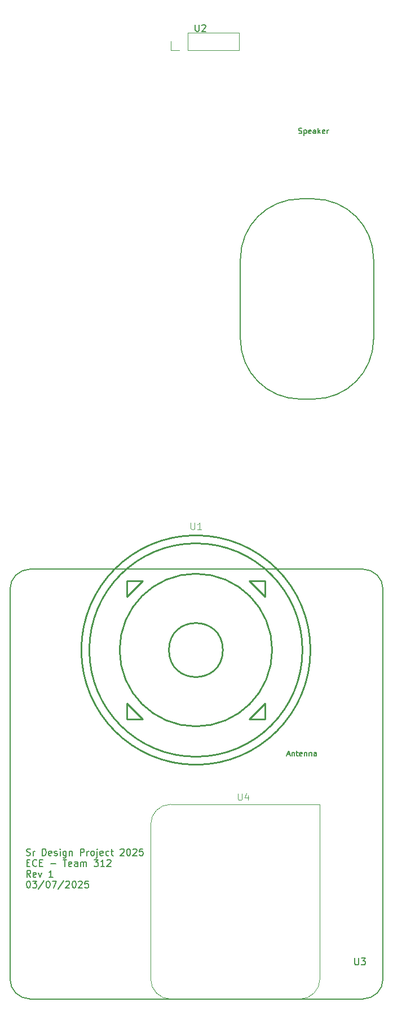
<source format=gbr>
%TF.GenerationSoftware,KiCad,Pcbnew,9.0.0*%
%TF.CreationDate,2025-03-07T03:21:26-05:00*%
%TF.ProjectId,Radio,52616469-6f2e-46b6-9963-61645f706362,1*%
%TF.SameCoordinates,Original*%
%TF.FileFunction,Legend,Top*%
%TF.FilePolarity,Positive*%
%FSLAX46Y46*%
G04 Gerber Fmt 4.6, Leading zero omitted, Abs format (unit mm)*
G04 Created by KiCad (PCBNEW 9.0.0) date 2025-03-07 03:21:26*
%MOMM*%
%LPD*%
G01*
G04 APERTURE LIST*
%ADD10C,0.200000*%
%ADD11C,0.150000*%
%ADD12C,0.100000*%
%ADD13C,0.250000*%
%ADD14C,0.120000*%
G04 APERTURE END LIST*
D10*
X136283700Y-54567600D02*
G75*
G02*
X145283700Y-45567600I9000000J0D01*
G01*
X145283700Y-75590400D02*
G75*
G02*
X136283700Y-66590400I0J9000000D01*
G01*
X147273500Y-45567600D02*
G75*
G02*
X156273500Y-54567600I0J-9000000D01*
G01*
X156273500Y-66590400D02*
G75*
G02*
X147273500Y-75590400I-9000000J0D01*
G01*
X145283700Y-45567600D02*
X147273500Y-45567600D01*
X136283700Y-66590400D02*
X136283700Y-54567600D01*
X147273500Y-75590400D02*
X145283700Y-75590400D01*
X156273500Y-54567600D02*
X156273500Y-66590400D01*
X104157254Y-144011568D02*
X104300111Y-144059187D01*
X104300111Y-144059187D02*
X104538206Y-144059187D01*
X104538206Y-144059187D02*
X104633444Y-144011568D01*
X104633444Y-144011568D02*
X104681063Y-143963948D01*
X104681063Y-143963948D02*
X104728682Y-143868710D01*
X104728682Y-143868710D02*
X104728682Y-143773472D01*
X104728682Y-143773472D02*
X104681063Y-143678234D01*
X104681063Y-143678234D02*
X104633444Y-143630615D01*
X104633444Y-143630615D02*
X104538206Y-143582996D01*
X104538206Y-143582996D02*
X104347730Y-143535377D01*
X104347730Y-143535377D02*
X104252492Y-143487758D01*
X104252492Y-143487758D02*
X104204873Y-143440139D01*
X104204873Y-143440139D02*
X104157254Y-143344901D01*
X104157254Y-143344901D02*
X104157254Y-143249663D01*
X104157254Y-143249663D02*
X104204873Y-143154425D01*
X104204873Y-143154425D02*
X104252492Y-143106806D01*
X104252492Y-143106806D02*
X104347730Y-143059187D01*
X104347730Y-143059187D02*
X104585825Y-143059187D01*
X104585825Y-143059187D02*
X104728682Y-143106806D01*
X105157254Y-144059187D02*
X105157254Y-143392520D01*
X105157254Y-143582996D02*
X105204873Y-143487758D01*
X105204873Y-143487758D02*
X105252492Y-143440139D01*
X105252492Y-143440139D02*
X105347730Y-143392520D01*
X105347730Y-143392520D02*
X105442968Y-143392520D01*
X106538207Y-144059187D02*
X106538207Y-143059187D01*
X106538207Y-143059187D02*
X106776302Y-143059187D01*
X106776302Y-143059187D02*
X106919159Y-143106806D01*
X106919159Y-143106806D02*
X107014397Y-143202044D01*
X107014397Y-143202044D02*
X107062016Y-143297282D01*
X107062016Y-143297282D02*
X107109635Y-143487758D01*
X107109635Y-143487758D02*
X107109635Y-143630615D01*
X107109635Y-143630615D02*
X107062016Y-143821091D01*
X107062016Y-143821091D02*
X107014397Y-143916329D01*
X107014397Y-143916329D02*
X106919159Y-144011568D01*
X106919159Y-144011568D02*
X106776302Y-144059187D01*
X106776302Y-144059187D02*
X106538207Y-144059187D01*
X107919159Y-144011568D02*
X107823921Y-144059187D01*
X107823921Y-144059187D02*
X107633445Y-144059187D01*
X107633445Y-144059187D02*
X107538207Y-144011568D01*
X107538207Y-144011568D02*
X107490588Y-143916329D01*
X107490588Y-143916329D02*
X107490588Y-143535377D01*
X107490588Y-143535377D02*
X107538207Y-143440139D01*
X107538207Y-143440139D02*
X107633445Y-143392520D01*
X107633445Y-143392520D02*
X107823921Y-143392520D01*
X107823921Y-143392520D02*
X107919159Y-143440139D01*
X107919159Y-143440139D02*
X107966778Y-143535377D01*
X107966778Y-143535377D02*
X107966778Y-143630615D01*
X107966778Y-143630615D02*
X107490588Y-143725853D01*
X108347731Y-144011568D02*
X108442969Y-144059187D01*
X108442969Y-144059187D02*
X108633445Y-144059187D01*
X108633445Y-144059187D02*
X108728683Y-144011568D01*
X108728683Y-144011568D02*
X108776302Y-143916329D01*
X108776302Y-143916329D02*
X108776302Y-143868710D01*
X108776302Y-143868710D02*
X108728683Y-143773472D01*
X108728683Y-143773472D02*
X108633445Y-143725853D01*
X108633445Y-143725853D02*
X108490588Y-143725853D01*
X108490588Y-143725853D02*
X108395350Y-143678234D01*
X108395350Y-143678234D02*
X108347731Y-143582996D01*
X108347731Y-143582996D02*
X108347731Y-143535377D01*
X108347731Y-143535377D02*
X108395350Y-143440139D01*
X108395350Y-143440139D02*
X108490588Y-143392520D01*
X108490588Y-143392520D02*
X108633445Y-143392520D01*
X108633445Y-143392520D02*
X108728683Y-143440139D01*
X109204874Y-144059187D02*
X109204874Y-143392520D01*
X109204874Y-143059187D02*
X109157255Y-143106806D01*
X109157255Y-143106806D02*
X109204874Y-143154425D01*
X109204874Y-143154425D02*
X109252493Y-143106806D01*
X109252493Y-143106806D02*
X109204874Y-143059187D01*
X109204874Y-143059187D02*
X109204874Y-143154425D01*
X110109635Y-143392520D02*
X110109635Y-144202044D01*
X110109635Y-144202044D02*
X110062016Y-144297282D01*
X110062016Y-144297282D02*
X110014397Y-144344901D01*
X110014397Y-144344901D02*
X109919159Y-144392520D01*
X109919159Y-144392520D02*
X109776302Y-144392520D01*
X109776302Y-144392520D02*
X109681064Y-144344901D01*
X110109635Y-144011568D02*
X110014397Y-144059187D01*
X110014397Y-144059187D02*
X109823921Y-144059187D01*
X109823921Y-144059187D02*
X109728683Y-144011568D01*
X109728683Y-144011568D02*
X109681064Y-143963948D01*
X109681064Y-143963948D02*
X109633445Y-143868710D01*
X109633445Y-143868710D02*
X109633445Y-143582996D01*
X109633445Y-143582996D02*
X109681064Y-143487758D01*
X109681064Y-143487758D02*
X109728683Y-143440139D01*
X109728683Y-143440139D02*
X109823921Y-143392520D01*
X109823921Y-143392520D02*
X110014397Y-143392520D01*
X110014397Y-143392520D02*
X110109635Y-143440139D01*
X110585826Y-143392520D02*
X110585826Y-144059187D01*
X110585826Y-143487758D02*
X110633445Y-143440139D01*
X110633445Y-143440139D02*
X110728683Y-143392520D01*
X110728683Y-143392520D02*
X110871540Y-143392520D01*
X110871540Y-143392520D02*
X110966778Y-143440139D01*
X110966778Y-143440139D02*
X111014397Y-143535377D01*
X111014397Y-143535377D02*
X111014397Y-144059187D01*
X112252493Y-144059187D02*
X112252493Y-143059187D01*
X112252493Y-143059187D02*
X112633445Y-143059187D01*
X112633445Y-143059187D02*
X112728683Y-143106806D01*
X112728683Y-143106806D02*
X112776302Y-143154425D01*
X112776302Y-143154425D02*
X112823921Y-143249663D01*
X112823921Y-143249663D02*
X112823921Y-143392520D01*
X112823921Y-143392520D02*
X112776302Y-143487758D01*
X112776302Y-143487758D02*
X112728683Y-143535377D01*
X112728683Y-143535377D02*
X112633445Y-143582996D01*
X112633445Y-143582996D02*
X112252493Y-143582996D01*
X113252493Y-144059187D02*
X113252493Y-143392520D01*
X113252493Y-143582996D02*
X113300112Y-143487758D01*
X113300112Y-143487758D02*
X113347731Y-143440139D01*
X113347731Y-143440139D02*
X113442969Y-143392520D01*
X113442969Y-143392520D02*
X113538207Y-143392520D01*
X114014398Y-144059187D02*
X113919160Y-144011568D01*
X113919160Y-144011568D02*
X113871541Y-143963948D01*
X113871541Y-143963948D02*
X113823922Y-143868710D01*
X113823922Y-143868710D02*
X113823922Y-143582996D01*
X113823922Y-143582996D02*
X113871541Y-143487758D01*
X113871541Y-143487758D02*
X113919160Y-143440139D01*
X113919160Y-143440139D02*
X114014398Y-143392520D01*
X114014398Y-143392520D02*
X114157255Y-143392520D01*
X114157255Y-143392520D02*
X114252493Y-143440139D01*
X114252493Y-143440139D02*
X114300112Y-143487758D01*
X114300112Y-143487758D02*
X114347731Y-143582996D01*
X114347731Y-143582996D02*
X114347731Y-143868710D01*
X114347731Y-143868710D02*
X114300112Y-143963948D01*
X114300112Y-143963948D02*
X114252493Y-144011568D01*
X114252493Y-144011568D02*
X114157255Y-144059187D01*
X114157255Y-144059187D02*
X114014398Y-144059187D01*
X114776303Y-143392520D02*
X114776303Y-144249663D01*
X114776303Y-144249663D02*
X114728684Y-144344901D01*
X114728684Y-144344901D02*
X114633446Y-144392520D01*
X114633446Y-144392520D02*
X114585827Y-144392520D01*
X114776303Y-143059187D02*
X114728684Y-143106806D01*
X114728684Y-143106806D02*
X114776303Y-143154425D01*
X114776303Y-143154425D02*
X114823922Y-143106806D01*
X114823922Y-143106806D02*
X114776303Y-143059187D01*
X114776303Y-143059187D02*
X114776303Y-143154425D01*
X115633445Y-144011568D02*
X115538207Y-144059187D01*
X115538207Y-144059187D02*
X115347731Y-144059187D01*
X115347731Y-144059187D02*
X115252493Y-144011568D01*
X115252493Y-144011568D02*
X115204874Y-143916329D01*
X115204874Y-143916329D02*
X115204874Y-143535377D01*
X115204874Y-143535377D02*
X115252493Y-143440139D01*
X115252493Y-143440139D02*
X115347731Y-143392520D01*
X115347731Y-143392520D02*
X115538207Y-143392520D01*
X115538207Y-143392520D02*
X115633445Y-143440139D01*
X115633445Y-143440139D02*
X115681064Y-143535377D01*
X115681064Y-143535377D02*
X115681064Y-143630615D01*
X115681064Y-143630615D02*
X115204874Y-143725853D01*
X116538207Y-144011568D02*
X116442969Y-144059187D01*
X116442969Y-144059187D02*
X116252493Y-144059187D01*
X116252493Y-144059187D02*
X116157255Y-144011568D01*
X116157255Y-144011568D02*
X116109636Y-143963948D01*
X116109636Y-143963948D02*
X116062017Y-143868710D01*
X116062017Y-143868710D02*
X116062017Y-143582996D01*
X116062017Y-143582996D02*
X116109636Y-143487758D01*
X116109636Y-143487758D02*
X116157255Y-143440139D01*
X116157255Y-143440139D02*
X116252493Y-143392520D01*
X116252493Y-143392520D02*
X116442969Y-143392520D01*
X116442969Y-143392520D02*
X116538207Y-143440139D01*
X116823922Y-143392520D02*
X117204874Y-143392520D01*
X116966779Y-143059187D02*
X116966779Y-143916329D01*
X116966779Y-143916329D02*
X117014398Y-144011568D01*
X117014398Y-144011568D02*
X117109636Y-144059187D01*
X117109636Y-144059187D02*
X117204874Y-144059187D01*
X118252494Y-143154425D02*
X118300113Y-143106806D01*
X118300113Y-143106806D02*
X118395351Y-143059187D01*
X118395351Y-143059187D02*
X118633446Y-143059187D01*
X118633446Y-143059187D02*
X118728684Y-143106806D01*
X118728684Y-143106806D02*
X118776303Y-143154425D01*
X118776303Y-143154425D02*
X118823922Y-143249663D01*
X118823922Y-143249663D02*
X118823922Y-143344901D01*
X118823922Y-143344901D02*
X118776303Y-143487758D01*
X118776303Y-143487758D02*
X118204875Y-144059187D01*
X118204875Y-144059187D02*
X118823922Y-144059187D01*
X119442970Y-143059187D02*
X119538208Y-143059187D01*
X119538208Y-143059187D02*
X119633446Y-143106806D01*
X119633446Y-143106806D02*
X119681065Y-143154425D01*
X119681065Y-143154425D02*
X119728684Y-143249663D01*
X119728684Y-143249663D02*
X119776303Y-143440139D01*
X119776303Y-143440139D02*
X119776303Y-143678234D01*
X119776303Y-143678234D02*
X119728684Y-143868710D01*
X119728684Y-143868710D02*
X119681065Y-143963948D01*
X119681065Y-143963948D02*
X119633446Y-144011568D01*
X119633446Y-144011568D02*
X119538208Y-144059187D01*
X119538208Y-144059187D02*
X119442970Y-144059187D01*
X119442970Y-144059187D02*
X119347732Y-144011568D01*
X119347732Y-144011568D02*
X119300113Y-143963948D01*
X119300113Y-143963948D02*
X119252494Y-143868710D01*
X119252494Y-143868710D02*
X119204875Y-143678234D01*
X119204875Y-143678234D02*
X119204875Y-143440139D01*
X119204875Y-143440139D02*
X119252494Y-143249663D01*
X119252494Y-143249663D02*
X119300113Y-143154425D01*
X119300113Y-143154425D02*
X119347732Y-143106806D01*
X119347732Y-143106806D02*
X119442970Y-143059187D01*
X120157256Y-143154425D02*
X120204875Y-143106806D01*
X120204875Y-143106806D02*
X120300113Y-143059187D01*
X120300113Y-143059187D02*
X120538208Y-143059187D01*
X120538208Y-143059187D02*
X120633446Y-143106806D01*
X120633446Y-143106806D02*
X120681065Y-143154425D01*
X120681065Y-143154425D02*
X120728684Y-143249663D01*
X120728684Y-143249663D02*
X120728684Y-143344901D01*
X120728684Y-143344901D02*
X120681065Y-143487758D01*
X120681065Y-143487758D02*
X120109637Y-144059187D01*
X120109637Y-144059187D02*
X120728684Y-144059187D01*
X121633446Y-143059187D02*
X121157256Y-143059187D01*
X121157256Y-143059187D02*
X121109637Y-143535377D01*
X121109637Y-143535377D02*
X121157256Y-143487758D01*
X121157256Y-143487758D02*
X121252494Y-143440139D01*
X121252494Y-143440139D02*
X121490589Y-143440139D01*
X121490589Y-143440139D02*
X121585827Y-143487758D01*
X121585827Y-143487758D02*
X121633446Y-143535377D01*
X121633446Y-143535377D02*
X121681065Y-143630615D01*
X121681065Y-143630615D02*
X121681065Y-143868710D01*
X121681065Y-143868710D02*
X121633446Y-143963948D01*
X121633446Y-143963948D02*
X121585827Y-144011568D01*
X121585827Y-144011568D02*
X121490589Y-144059187D01*
X121490589Y-144059187D02*
X121252494Y-144059187D01*
X121252494Y-144059187D02*
X121157256Y-144011568D01*
X121157256Y-144011568D02*
X121109637Y-143963948D01*
X104204873Y-145145321D02*
X104538206Y-145145321D01*
X104681063Y-145669131D02*
X104204873Y-145669131D01*
X104204873Y-145669131D02*
X104204873Y-144669131D01*
X104204873Y-144669131D02*
X104681063Y-144669131D01*
X105681063Y-145573892D02*
X105633444Y-145621512D01*
X105633444Y-145621512D02*
X105490587Y-145669131D01*
X105490587Y-145669131D02*
X105395349Y-145669131D01*
X105395349Y-145669131D02*
X105252492Y-145621512D01*
X105252492Y-145621512D02*
X105157254Y-145526273D01*
X105157254Y-145526273D02*
X105109635Y-145431035D01*
X105109635Y-145431035D02*
X105062016Y-145240559D01*
X105062016Y-145240559D02*
X105062016Y-145097702D01*
X105062016Y-145097702D02*
X105109635Y-144907226D01*
X105109635Y-144907226D02*
X105157254Y-144811988D01*
X105157254Y-144811988D02*
X105252492Y-144716750D01*
X105252492Y-144716750D02*
X105395349Y-144669131D01*
X105395349Y-144669131D02*
X105490587Y-144669131D01*
X105490587Y-144669131D02*
X105633444Y-144716750D01*
X105633444Y-144716750D02*
X105681063Y-144764369D01*
X106109635Y-145145321D02*
X106442968Y-145145321D01*
X106585825Y-145669131D02*
X106109635Y-145669131D01*
X106109635Y-145669131D02*
X106109635Y-144669131D01*
X106109635Y-144669131D02*
X106585825Y-144669131D01*
X107776302Y-145288178D02*
X108538207Y-145288178D01*
X109633445Y-144669131D02*
X110204873Y-144669131D01*
X109919159Y-145669131D02*
X109919159Y-144669131D01*
X110919159Y-145621512D02*
X110823921Y-145669131D01*
X110823921Y-145669131D02*
X110633445Y-145669131D01*
X110633445Y-145669131D02*
X110538207Y-145621512D01*
X110538207Y-145621512D02*
X110490588Y-145526273D01*
X110490588Y-145526273D02*
X110490588Y-145145321D01*
X110490588Y-145145321D02*
X110538207Y-145050083D01*
X110538207Y-145050083D02*
X110633445Y-145002464D01*
X110633445Y-145002464D02*
X110823921Y-145002464D01*
X110823921Y-145002464D02*
X110919159Y-145050083D01*
X110919159Y-145050083D02*
X110966778Y-145145321D01*
X110966778Y-145145321D02*
X110966778Y-145240559D01*
X110966778Y-145240559D02*
X110490588Y-145335797D01*
X111823921Y-145669131D02*
X111823921Y-145145321D01*
X111823921Y-145145321D02*
X111776302Y-145050083D01*
X111776302Y-145050083D02*
X111681064Y-145002464D01*
X111681064Y-145002464D02*
X111490588Y-145002464D01*
X111490588Y-145002464D02*
X111395350Y-145050083D01*
X111823921Y-145621512D02*
X111728683Y-145669131D01*
X111728683Y-145669131D02*
X111490588Y-145669131D01*
X111490588Y-145669131D02*
X111395350Y-145621512D01*
X111395350Y-145621512D02*
X111347731Y-145526273D01*
X111347731Y-145526273D02*
X111347731Y-145431035D01*
X111347731Y-145431035D02*
X111395350Y-145335797D01*
X111395350Y-145335797D02*
X111490588Y-145288178D01*
X111490588Y-145288178D02*
X111728683Y-145288178D01*
X111728683Y-145288178D02*
X111823921Y-145240559D01*
X112300112Y-145669131D02*
X112300112Y-145002464D01*
X112300112Y-145097702D02*
X112347731Y-145050083D01*
X112347731Y-145050083D02*
X112442969Y-145002464D01*
X112442969Y-145002464D02*
X112585826Y-145002464D01*
X112585826Y-145002464D02*
X112681064Y-145050083D01*
X112681064Y-145050083D02*
X112728683Y-145145321D01*
X112728683Y-145145321D02*
X112728683Y-145669131D01*
X112728683Y-145145321D02*
X112776302Y-145050083D01*
X112776302Y-145050083D02*
X112871540Y-145002464D01*
X112871540Y-145002464D02*
X113014397Y-145002464D01*
X113014397Y-145002464D02*
X113109636Y-145050083D01*
X113109636Y-145050083D02*
X113157255Y-145145321D01*
X113157255Y-145145321D02*
X113157255Y-145669131D01*
X114300112Y-144669131D02*
X114919159Y-144669131D01*
X114919159Y-144669131D02*
X114585826Y-145050083D01*
X114585826Y-145050083D02*
X114728683Y-145050083D01*
X114728683Y-145050083D02*
X114823921Y-145097702D01*
X114823921Y-145097702D02*
X114871540Y-145145321D01*
X114871540Y-145145321D02*
X114919159Y-145240559D01*
X114919159Y-145240559D02*
X114919159Y-145478654D01*
X114919159Y-145478654D02*
X114871540Y-145573892D01*
X114871540Y-145573892D02*
X114823921Y-145621512D01*
X114823921Y-145621512D02*
X114728683Y-145669131D01*
X114728683Y-145669131D02*
X114442969Y-145669131D01*
X114442969Y-145669131D02*
X114347731Y-145621512D01*
X114347731Y-145621512D02*
X114300112Y-145573892D01*
X115871540Y-145669131D02*
X115300112Y-145669131D01*
X115585826Y-145669131D02*
X115585826Y-144669131D01*
X115585826Y-144669131D02*
X115490588Y-144811988D01*
X115490588Y-144811988D02*
X115395350Y-144907226D01*
X115395350Y-144907226D02*
X115300112Y-144954845D01*
X116252493Y-144764369D02*
X116300112Y-144716750D01*
X116300112Y-144716750D02*
X116395350Y-144669131D01*
X116395350Y-144669131D02*
X116633445Y-144669131D01*
X116633445Y-144669131D02*
X116728683Y-144716750D01*
X116728683Y-144716750D02*
X116776302Y-144764369D01*
X116776302Y-144764369D02*
X116823921Y-144859607D01*
X116823921Y-144859607D02*
X116823921Y-144954845D01*
X116823921Y-144954845D02*
X116776302Y-145097702D01*
X116776302Y-145097702D02*
X116204874Y-145669131D01*
X116204874Y-145669131D02*
X116823921Y-145669131D01*
X104776301Y-147279075D02*
X104442968Y-146802884D01*
X104204873Y-147279075D02*
X104204873Y-146279075D01*
X104204873Y-146279075D02*
X104585825Y-146279075D01*
X104585825Y-146279075D02*
X104681063Y-146326694D01*
X104681063Y-146326694D02*
X104728682Y-146374313D01*
X104728682Y-146374313D02*
X104776301Y-146469551D01*
X104776301Y-146469551D02*
X104776301Y-146612408D01*
X104776301Y-146612408D02*
X104728682Y-146707646D01*
X104728682Y-146707646D02*
X104681063Y-146755265D01*
X104681063Y-146755265D02*
X104585825Y-146802884D01*
X104585825Y-146802884D02*
X104204873Y-146802884D01*
X105585825Y-147231456D02*
X105490587Y-147279075D01*
X105490587Y-147279075D02*
X105300111Y-147279075D01*
X105300111Y-147279075D02*
X105204873Y-147231456D01*
X105204873Y-147231456D02*
X105157254Y-147136217D01*
X105157254Y-147136217D02*
X105157254Y-146755265D01*
X105157254Y-146755265D02*
X105204873Y-146660027D01*
X105204873Y-146660027D02*
X105300111Y-146612408D01*
X105300111Y-146612408D02*
X105490587Y-146612408D01*
X105490587Y-146612408D02*
X105585825Y-146660027D01*
X105585825Y-146660027D02*
X105633444Y-146755265D01*
X105633444Y-146755265D02*
X105633444Y-146850503D01*
X105633444Y-146850503D02*
X105157254Y-146945741D01*
X105966778Y-146612408D02*
X106204873Y-147279075D01*
X106204873Y-147279075D02*
X106442968Y-146612408D01*
X108109635Y-147279075D02*
X107538207Y-147279075D01*
X107823921Y-147279075D02*
X107823921Y-146279075D01*
X107823921Y-146279075D02*
X107728683Y-146421932D01*
X107728683Y-146421932D02*
X107633445Y-146517170D01*
X107633445Y-146517170D02*
X107538207Y-146564789D01*
X104395349Y-147889019D02*
X104490587Y-147889019D01*
X104490587Y-147889019D02*
X104585825Y-147936638D01*
X104585825Y-147936638D02*
X104633444Y-147984257D01*
X104633444Y-147984257D02*
X104681063Y-148079495D01*
X104681063Y-148079495D02*
X104728682Y-148269971D01*
X104728682Y-148269971D02*
X104728682Y-148508066D01*
X104728682Y-148508066D02*
X104681063Y-148698542D01*
X104681063Y-148698542D02*
X104633444Y-148793780D01*
X104633444Y-148793780D02*
X104585825Y-148841400D01*
X104585825Y-148841400D02*
X104490587Y-148889019D01*
X104490587Y-148889019D02*
X104395349Y-148889019D01*
X104395349Y-148889019D02*
X104300111Y-148841400D01*
X104300111Y-148841400D02*
X104252492Y-148793780D01*
X104252492Y-148793780D02*
X104204873Y-148698542D01*
X104204873Y-148698542D02*
X104157254Y-148508066D01*
X104157254Y-148508066D02*
X104157254Y-148269971D01*
X104157254Y-148269971D02*
X104204873Y-148079495D01*
X104204873Y-148079495D02*
X104252492Y-147984257D01*
X104252492Y-147984257D02*
X104300111Y-147936638D01*
X104300111Y-147936638D02*
X104395349Y-147889019D01*
X105062016Y-147889019D02*
X105681063Y-147889019D01*
X105681063Y-147889019D02*
X105347730Y-148269971D01*
X105347730Y-148269971D02*
X105490587Y-148269971D01*
X105490587Y-148269971D02*
X105585825Y-148317590D01*
X105585825Y-148317590D02*
X105633444Y-148365209D01*
X105633444Y-148365209D02*
X105681063Y-148460447D01*
X105681063Y-148460447D02*
X105681063Y-148698542D01*
X105681063Y-148698542D02*
X105633444Y-148793780D01*
X105633444Y-148793780D02*
X105585825Y-148841400D01*
X105585825Y-148841400D02*
X105490587Y-148889019D01*
X105490587Y-148889019D02*
X105204873Y-148889019D01*
X105204873Y-148889019D02*
X105109635Y-148841400D01*
X105109635Y-148841400D02*
X105062016Y-148793780D01*
X106823920Y-147841400D02*
X105966778Y-149127114D01*
X107347730Y-147889019D02*
X107442968Y-147889019D01*
X107442968Y-147889019D02*
X107538206Y-147936638D01*
X107538206Y-147936638D02*
X107585825Y-147984257D01*
X107585825Y-147984257D02*
X107633444Y-148079495D01*
X107633444Y-148079495D02*
X107681063Y-148269971D01*
X107681063Y-148269971D02*
X107681063Y-148508066D01*
X107681063Y-148508066D02*
X107633444Y-148698542D01*
X107633444Y-148698542D02*
X107585825Y-148793780D01*
X107585825Y-148793780D02*
X107538206Y-148841400D01*
X107538206Y-148841400D02*
X107442968Y-148889019D01*
X107442968Y-148889019D02*
X107347730Y-148889019D01*
X107347730Y-148889019D02*
X107252492Y-148841400D01*
X107252492Y-148841400D02*
X107204873Y-148793780D01*
X107204873Y-148793780D02*
X107157254Y-148698542D01*
X107157254Y-148698542D02*
X107109635Y-148508066D01*
X107109635Y-148508066D02*
X107109635Y-148269971D01*
X107109635Y-148269971D02*
X107157254Y-148079495D01*
X107157254Y-148079495D02*
X107204873Y-147984257D01*
X107204873Y-147984257D02*
X107252492Y-147936638D01*
X107252492Y-147936638D02*
X107347730Y-147889019D01*
X108014397Y-147889019D02*
X108681063Y-147889019D01*
X108681063Y-147889019D02*
X108252492Y-148889019D01*
X109776301Y-147841400D02*
X108919159Y-149127114D01*
X110062016Y-147984257D02*
X110109635Y-147936638D01*
X110109635Y-147936638D02*
X110204873Y-147889019D01*
X110204873Y-147889019D02*
X110442968Y-147889019D01*
X110442968Y-147889019D02*
X110538206Y-147936638D01*
X110538206Y-147936638D02*
X110585825Y-147984257D01*
X110585825Y-147984257D02*
X110633444Y-148079495D01*
X110633444Y-148079495D02*
X110633444Y-148174733D01*
X110633444Y-148174733D02*
X110585825Y-148317590D01*
X110585825Y-148317590D02*
X110014397Y-148889019D01*
X110014397Y-148889019D02*
X110633444Y-148889019D01*
X111252492Y-147889019D02*
X111347730Y-147889019D01*
X111347730Y-147889019D02*
X111442968Y-147936638D01*
X111442968Y-147936638D02*
X111490587Y-147984257D01*
X111490587Y-147984257D02*
X111538206Y-148079495D01*
X111538206Y-148079495D02*
X111585825Y-148269971D01*
X111585825Y-148269971D02*
X111585825Y-148508066D01*
X111585825Y-148508066D02*
X111538206Y-148698542D01*
X111538206Y-148698542D02*
X111490587Y-148793780D01*
X111490587Y-148793780D02*
X111442968Y-148841400D01*
X111442968Y-148841400D02*
X111347730Y-148889019D01*
X111347730Y-148889019D02*
X111252492Y-148889019D01*
X111252492Y-148889019D02*
X111157254Y-148841400D01*
X111157254Y-148841400D02*
X111109635Y-148793780D01*
X111109635Y-148793780D02*
X111062016Y-148698542D01*
X111062016Y-148698542D02*
X111014397Y-148508066D01*
X111014397Y-148508066D02*
X111014397Y-148269971D01*
X111014397Y-148269971D02*
X111062016Y-148079495D01*
X111062016Y-148079495D02*
X111109635Y-147984257D01*
X111109635Y-147984257D02*
X111157254Y-147936638D01*
X111157254Y-147936638D02*
X111252492Y-147889019D01*
X111966778Y-147984257D02*
X112014397Y-147936638D01*
X112014397Y-147936638D02*
X112109635Y-147889019D01*
X112109635Y-147889019D02*
X112347730Y-147889019D01*
X112347730Y-147889019D02*
X112442968Y-147936638D01*
X112442968Y-147936638D02*
X112490587Y-147984257D01*
X112490587Y-147984257D02*
X112538206Y-148079495D01*
X112538206Y-148079495D02*
X112538206Y-148174733D01*
X112538206Y-148174733D02*
X112490587Y-148317590D01*
X112490587Y-148317590D02*
X111919159Y-148889019D01*
X111919159Y-148889019D02*
X112538206Y-148889019D01*
X113442968Y-147889019D02*
X112966778Y-147889019D01*
X112966778Y-147889019D02*
X112919159Y-148365209D01*
X112919159Y-148365209D02*
X112966778Y-148317590D01*
X112966778Y-148317590D02*
X113062016Y-148269971D01*
X113062016Y-148269971D02*
X113300111Y-148269971D01*
X113300111Y-148269971D02*
X113395349Y-148317590D01*
X113395349Y-148317590D02*
X113442968Y-148365209D01*
X113442968Y-148365209D02*
X113490587Y-148460447D01*
X113490587Y-148460447D02*
X113490587Y-148698542D01*
X113490587Y-148698542D02*
X113442968Y-148793780D01*
X113442968Y-148793780D02*
X113395349Y-148841400D01*
X113395349Y-148841400D02*
X113300111Y-148889019D01*
X113300111Y-148889019D02*
X113062016Y-148889019D01*
X113062016Y-148889019D02*
X112966778Y-148841400D01*
X112966778Y-148841400D02*
X112919159Y-148793780D01*
D11*
X145031064Y-35721000D02*
X145145350Y-35759095D01*
X145145350Y-35759095D02*
X145335826Y-35759095D01*
X145335826Y-35759095D02*
X145412017Y-35721000D01*
X145412017Y-35721000D02*
X145450112Y-35682904D01*
X145450112Y-35682904D02*
X145488207Y-35606714D01*
X145488207Y-35606714D02*
X145488207Y-35530523D01*
X145488207Y-35530523D02*
X145450112Y-35454333D01*
X145450112Y-35454333D02*
X145412017Y-35416238D01*
X145412017Y-35416238D02*
X145335826Y-35378142D01*
X145335826Y-35378142D02*
X145183445Y-35340047D01*
X145183445Y-35340047D02*
X145107255Y-35301952D01*
X145107255Y-35301952D02*
X145069160Y-35263857D01*
X145069160Y-35263857D02*
X145031064Y-35187666D01*
X145031064Y-35187666D02*
X145031064Y-35111476D01*
X145031064Y-35111476D02*
X145069160Y-35035285D01*
X145069160Y-35035285D02*
X145107255Y-34997190D01*
X145107255Y-34997190D02*
X145183445Y-34959095D01*
X145183445Y-34959095D02*
X145373922Y-34959095D01*
X145373922Y-34959095D02*
X145488207Y-34997190D01*
X145831065Y-35225761D02*
X145831065Y-36025761D01*
X145831065Y-35263857D02*
X145907255Y-35225761D01*
X145907255Y-35225761D02*
X146059636Y-35225761D01*
X146059636Y-35225761D02*
X146135827Y-35263857D01*
X146135827Y-35263857D02*
X146173922Y-35301952D01*
X146173922Y-35301952D02*
X146212017Y-35378142D01*
X146212017Y-35378142D02*
X146212017Y-35606714D01*
X146212017Y-35606714D02*
X146173922Y-35682904D01*
X146173922Y-35682904D02*
X146135827Y-35721000D01*
X146135827Y-35721000D02*
X146059636Y-35759095D01*
X146059636Y-35759095D02*
X145907255Y-35759095D01*
X145907255Y-35759095D02*
X145831065Y-35721000D01*
X146859637Y-35721000D02*
X146783446Y-35759095D01*
X146783446Y-35759095D02*
X146631065Y-35759095D01*
X146631065Y-35759095D02*
X146554875Y-35721000D01*
X146554875Y-35721000D02*
X146516779Y-35644809D01*
X146516779Y-35644809D02*
X146516779Y-35340047D01*
X146516779Y-35340047D02*
X146554875Y-35263857D01*
X146554875Y-35263857D02*
X146631065Y-35225761D01*
X146631065Y-35225761D02*
X146783446Y-35225761D01*
X146783446Y-35225761D02*
X146859637Y-35263857D01*
X146859637Y-35263857D02*
X146897732Y-35340047D01*
X146897732Y-35340047D02*
X146897732Y-35416238D01*
X146897732Y-35416238D02*
X146516779Y-35492428D01*
X147583446Y-35759095D02*
X147583446Y-35340047D01*
X147583446Y-35340047D02*
X147545351Y-35263857D01*
X147545351Y-35263857D02*
X147469160Y-35225761D01*
X147469160Y-35225761D02*
X147316779Y-35225761D01*
X147316779Y-35225761D02*
X147240589Y-35263857D01*
X147583446Y-35721000D02*
X147507255Y-35759095D01*
X147507255Y-35759095D02*
X147316779Y-35759095D01*
X147316779Y-35759095D02*
X147240589Y-35721000D01*
X147240589Y-35721000D02*
X147202493Y-35644809D01*
X147202493Y-35644809D02*
X147202493Y-35568619D01*
X147202493Y-35568619D02*
X147240589Y-35492428D01*
X147240589Y-35492428D02*
X147316779Y-35454333D01*
X147316779Y-35454333D02*
X147507255Y-35454333D01*
X147507255Y-35454333D02*
X147583446Y-35416238D01*
X147964399Y-35759095D02*
X147964399Y-34959095D01*
X148040589Y-35454333D02*
X148269161Y-35759095D01*
X148269161Y-35225761D02*
X147964399Y-35530523D01*
X148916780Y-35721000D02*
X148840589Y-35759095D01*
X148840589Y-35759095D02*
X148688208Y-35759095D01*
X148688208Y-35759095D02*
X148612018Y-35721000D01*
X148612018Y-35721000D02*
X148573922Y-35644809D01*
X148573922Y-35644809D02*
X148573922Y-35340047D01*
X148573922Y-35340047D02*
X148612018Y-35263857D01*
X148612018Y-35263857D02*
X148688208Y-35225761D01*
X148688208Y-35225761D02*
X148840589Y-35225761D01*
X148840589Y-35225761D02*
X148916780Y-35263857D01*
X148916780Y-35263857D02*
X148954875Y-35340047D01*
X148954875Y-35340047D02*
X148954875Y-35416238D01*
X148954875Y-35416238D02*
X148573922Y-35492428D01*
X149297732Y-35759095D02*
X149297732Y-35225761D01*
X149297732Y-35378142D02*
X149335827Y-35301952D01*
X149335827Y-35301952D02*
X149373922Y-35263857D01*
X149373922Y-35263857D02*
X149450113Y-35225761D01*
X149450113Y-35225761D02*
X149526303Y-35225761D01*
X143303864Y-128875523D02*
X143684817Y-128875523D01*
X143227674Y-129104095D02*
X143494341Y-128304095D01*
X143494341Y-128304095D02*
X143761007Y-129104095D01*
X144027674Y-128570761D02*
X144027674Y-129104095D01*
X144027674Y-128646952D02*
X144065769Y-128608857D01*
X144065769Y-128608857D02*
X144141959Y-128570761D01*
X144141959Y-128570761D02*
X144256245Y-128570761D01*
X144256245Y-128570761D02*
X144332436Y-128608857D01*
X144332436Y-128608857D02*
X144370531Y-128685047D01*
X144370531Y-128685047D02*
X144370531Y-129104095D01*
X144637198Y-128570761D02*
X144941960Y-128570761D01*
X144751484Y-128304095D02*
X144751484Y-128989809D01*
X144751484Y-128989809D02*
X144789579Y-129066000D01*
X144789579Y-129066000D02*
X144865769Y-129104095D01*
X144865769Y-129104095D02*
X144941960Y-129104095D01*
X145513389Y-129066000D02*
X145437198Y-129104095D01*
X145437198Y-129104095D02*
X145284817Y-129104095D01*
X145284817Y-129104095D02*
X145208627Y-129066000D01*
X145208627Y-129066000D02*
X145170531Y-128989809D01*
X145170531Y-128989809D02*
X145170531Y-128685047D01*
X145170531Y-128685047D02*
X145208627Y-128608857D01*
X145208627Y-128608857D02*
X145284817Y-128570761D01*
X145284817Y-128570761D02*
X145437198Y-128570761D01*
X145437198Y-128570761D02*
X145513389Y-128608857D01*
X145513389Y-128608857D02*
X145551484Y-128685047D01*
X145551484Y-128685047D02*
X145551484Y-128761238D01*
X145551484Y-128761238D02*
X145170531Y-128837428D01*
X145894341Y-128570761D02*
X145894341Y-129104095D01*
X145894341Y-128646952D02*
X145932436Y-128608857D01*
X145932436Y-128608857D02*
X146008626Y-128570761D01*
X146008626Y-128570761D02*
X146122912Y-128570761D01*
X146122912Y-128570761D02*
X146199103Y-128608857D01*
X146199103Y-128608857D02*
X146237198Y-128685047D01*
X146237198Y-128685047D02*
X146237198Y-129104095D01*
X146618151Y-128570761D02*
X146618151Y-129104095D01*
X146618151Y-128646952D02*
X146656246Y-128608857D01*
X146656246Y-128608857D02*
X146732436Y-128570761D01*
X146732436Y-128570761D02*
X146846722Y-128570761D01*
X146846722Y-128570761D02*
X146922913Y-128608857D01*
X146922913Y-128608857D02*
X146961008Y-128685047D01*
X146961008Y-128685047D02*
X146961008Y-129104095D01*
X147684818Y-129104095D02*
X147684818Y-128685047D01*
X147684818Y-128685047D02*
X147646723Y-128608857D01*
X147646723Y-128608857D02*
X147570532Y-128570761D01*
X147570532Y-128570761D02*
X147418151Y-128570761D01*
X147418151Y-128570761D02*
X147341961Y-128608857D01*
X147684818Y-129066000D02*
X147608627Y-129104095D01*
X147608627Y-129104095D02*
X147418151Y-129104095D01*
X147418151Y-129104095D02*
X147341961Y-129066000D01*
X147341961Y-129066000D02*
X147303865Y-128989809D01*
X147303865Y-128989809D02*
X147303865Y-128913619D01*
X147303865Y-128913619D02*
X147341961Y-128837428D01*
X147341961Y-128837428D02*
X147418151Y-128799333D01*
X147418151Y-128799333D02*
X147608627Y-128799333D01*
X147608627Y-128799333D02*
X147684818Y-128761238D01*
X153466895Y-159449419D02*
X153466895Y-160258942D01*
X153466895Y-160258942D02*
X153514514Y-160354180D01*
X153514514Y-160354180D02*
X153562133Y-160401800D01*
X153562133Y-160401800D02*
X153657371Y-160449419D01*
X153657371Y-160449419D02*
X153847847Y-160449419D01*
X153847847Y-160449419D02*
X153943085Y-160401800D01*
X153943085Y-160401800D02*
X153990704Y-160354180D01*
X153990704Y-160354180D02*
X154038323Y-160258942D01*
X154038323Y-160258942D02*
X154038323Y-159449419D01*
X154419276Y-159449419D02*
X155038323Y-159449419D01*
X155038323Y-159449419D02*
X154704990Y-159830371D01*
X154704990Y-159830371D02*
X154847847Y-159830371D01*
X154847847Y-159830371D02*
X154943085Y-159877990D01*
X154943085Y-159877990D02*
X154990704Y-159925609D01*
X154990704Y-159925609D02*
X155038323Y-160020847D01*
X155038323Y-160020847D02*
X155038323Y-160258942D01*
X155038323Y-160258942D02*
X154990704Y-160354180D01*
X154990704Y-160354180D02*
X154943085Y-160401800D01*
X154943085Y-160401800D02*
X154847847Y-160449419D01*
X154847847Y-160449419D02*
X154562133Y-160449419D01*
X154562133Y-160449419D02*
X154466895Y-160401800D01*
X154466895Y-160401800D02*
X154419276Y-160354180D01*
D12*
X135940895Y-134737819D02*
X135940895Y-135547342D01*
X135940895Y-135547342D02*
X135988514Y-135642580D01*
X135988514Y-135642580D02*
X136036133Y-135690200D01*
X136036133Y-135690200D02*
X136131371Y-135737819D01*
X136131371Y-135737819D02*
X136321847Y-135737819D01*
X136321847Y-135737819D02*
X136417085Y-135690200D01*
X136417085Y-135690200D02*
X136464704Y-135642580D01*
X136464704Y-135642580D02*
X136512323Y-135547342D01*
X136512323Y-135547342D02*
X136512323Y-134737819D01*
X137417085Y-135071152D02*
X137417085Y-135737819D01*
X137178990Y-134690200D02*
X136940895Y-135404485D01*
X136940895Y-135404485D02*
X137559942Y-135404485D01*
X128832976Y-94148064D02*
X128832976Y-94957587D01*
X128832976Y-94957587D02*
X128880595Y-95052825D01*
X128880595Y-95052825D02*
X128928214Y-95100445D01*
X128928214Y-95100445D02*
X129023452Y-95148064D01*
X129023452Y-95148064D02*
X129213928Y-95148064D01*
X129213928Y-95148064D02*
X129309166Y-95100445D01*
X129309166Y-95100445D02*
X129356785Y-95052825D01*
X129356785Y-95052825D02*
X129404404Y-94957587D01*
X129404404Y-94957587D02*
X129404404Y-94148064D01*
X130404404Y-95148064D02*
X129832976Y-95148064D01*
X130118690Y-95148064D02*
X130118690Y-94148064D01*
X130118690Y-94148064D02*
X130023452Y-94290921D01*
X130023452Y-94290921D02*
X129928214Y-94386159D01*
X129928214Y-94386159D02*
X129832976Y-94433778D01*
D11*
X129514695Y-19444619D02*
X129514695Y-20254142D01*
X129514695Y-20254142D02*
X129562314Y-20349380D01*
X129562314Y-20349380D02*
X129609933Y-20397000D01*
X129609933Y-20397000D02*
X129705171Y-20444619D01*
X129705171Y-20444619D02*
X129895647Y-20444619D01*
X129895647Y-20444619D02*
X129990885Y-20397000D01*
X129990885Y-20397000D02*
X130038504Y-20349380D01*
X130038504Y-20349380D02*
X130086123Y-20254142D01*
X130086123Y-20254142D02*
X130086123Y-19444619D01*
X130514695Y-19539857D02*
X130562314Y-19492238D01*
X130562314Y-19492238D02*
X130657552Y-19444619D01*
X130657552Y-19444619D02*
X130895647Y-19444619D01*
X130895647Y-19444619D02*
X130990885Y-19492238D01*
X130990885Y-19492238D02*
X131038504Y-19539857D01*
X131038504Y-19539857D02*
X131086123Y-19635095D01*
X131086123Y-19635095D02*
X131086123Y-19730333D01*
X131086123Y-19730333D02*
X131038504Y-19873190D01*
X131038504Y-19873190D02*
X130467076Y-20444619D01*
X130467076Y-20444619D02*
X131086123Y-20444619D01*
D10*
%TO.C,U3*%
X101687200Y-162654000D02*
X101687200Y-104109800D01*
X104687200Y-101109800D02*
X154694200Y-101109800D01*
X154694200Y-165564680D02*
X104687200Y-165564680D01*
X157694200Y-104109800D02*
X157694200Y-162654000D01*
X101687200Y-104109800D02*
G75*
G02*
X104687200Y-101109800I3000001J-1D01*
G01*
X104687200Y-165564680D02*
G75*
G02*
X101687200Y-162564680I0J3000000D01*
G01*
X154694200Y-101109800D02*
G75*
G02*
X157694200Y-104109800I-1J-3000001D01*
G01*
X157694200Y-162564680D02*
G75*
G02*
X154694200Y-165564680I-3000000J0D01*
G01*
D12*
%TO.C,U4*%
X148209000Y-162582600D02*
G75*
G02*
X145209000Y-165582600I-3000000J0D01*
G01*
X125809000Y-165582600D02*
G75*
G02*
X122809000Y-162582600I0J3000000D01*
G01*
X122809000Y-139372600D02*
G75*
G02*
X125809000Y-136372600I3000000J0D01*
G01*
X148209000Y-139372600D02*
X148209000Y-162582600D01*
X148209000Y-136372600D02*
X148209000Y-139372600D01*
X145209000Y-165582600D02*
X125809000Y-165582600D01*
X145209000Y-136372600D02*
X148209000Y-136372600D01*
X125809000Y-136372600D02*
X145209000Y-136372600D01*
X122809000Y-162582600D02*
X122809000Y-139372600D01*
D13*
%TO.C,U1*%
X119194881Y-102832645D02*
X119194881Y-105232645D01*
X119194881Y-105232645D02*
X121594881Y-102832645D01*
X119194881Y-121232645D02*
X119194881Y-123632645D01*
X119194881Y-123632645D02*
X121594881Y-123632645D01*
X121594881Y-102832645D02*
X119194881Y-102832645D01*
X121594881Y-123632645D02*
X119194881Y-121232645D01*
X137594881Y-102832645D02*
X139994881Y-105232645D01*
X137594881Y-123632645D02*
X139994881Y-123632645D01*
X139994881Y-102832645D02*
X137594881Y-102832645D01*
X139994881Y-105232645D02*
X139994881Y-102832645D01*
X139994881Y-121232645D02*
X137594881Y-123632645D01*
X139994881Y-123632645D02*
X139994881Y-121232645D01*
X146794882Y-113232645D02*
G75*
G02*
X112394880Y-113232645I-17200001J0D01*
G01*
X112394880Y-113232645D02*
G75*
G02*
X146794882Y-113232645I17200001J0D01*
G01*
X145594880Y-113232645D02*
G75*
G02*
X113594882Y-113232645I-15999999J0D01*
G01*
X113594882Y-113232645D02*
G75*
G02*
X145594880Y-113232645I15999999J0D01*
G01*
X141044882Y-113232645D02*
G75*
G02*
X118144880Y-113232645I-11450001J0D01*
G01*
X118144880Y-113232645D02*
G75*
G02*
X141044882Y-113232645I11450001J0D01*
G01*
X133644880Y-113232645D02*
G75*
G02*
X125544882Y-113232645I-4049999J0D01*
G01*
X125544882Y-113232645D02*
G75*
G02*
X133644880Y-113232645I4049999J0D01*
G01*
D14*
%TO.C,U2*%
X125797000Y-23275600D02*
X125797000Y-21945600D01*
X127127000Y-23275600D02*
X125797000Y-23275600D01*
X128397000Y-20615600D02*
X136077000Y-20615600D01*
X128397000Y-23275600D02*
X128397000Y-20615600D01*
X128397000Y-23275600D02*
X136077000Y-23275600D01*
X136077000Y-23275600D02*
X136077000Y-20615600D01*
%TD*%
M02*

</source>
